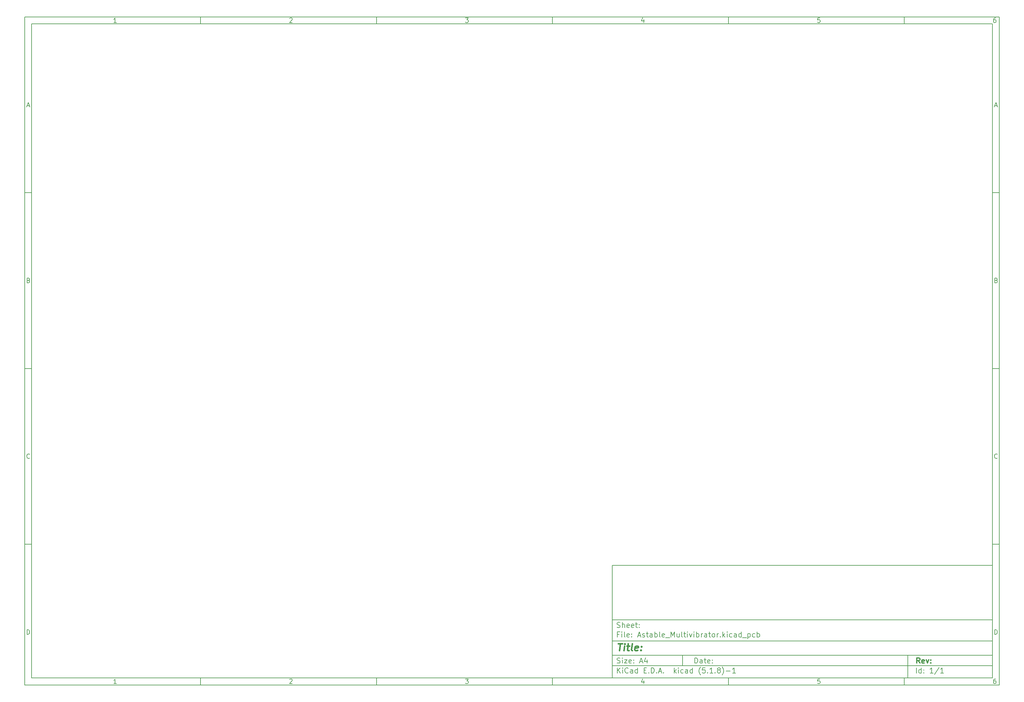
<source format=gtp>
%TF.GenerationSoftware,KiCad,Pcbnew,(5.1.8)-1*%
%TF.CreationDate,2021-07-18T16:23:34-07:00*%
%TF.ProjectId,Astable_Multivibrator,41737461-626c-4655-9f4d-756c74697669,rev?*%
%TF.SameCoordinates,Original*%
%TF.FileFunction,Paste,Top*%
%TF.FilePolarity,Positive*%
%FSLAX46Y46*%
G04 Gerber Fmt 4.6, Leading zero omitted, Abs format (unit mm)*
G04 Created by KiCad (PCBNEW (5.1.8)-1) date 2021-07-18 16:23:34*
%MOMM*%
%LPD*%
G01*
G04 APERTURE LIST*
%ADD10C,0.100000*%
%ADD11C,0.150000*%
%ADD12C,0.300000*%
%ADD13C,0.400000*%
G04 APERTURE END LIST*
D10*
D11*
X177002200Y-166007200D02*
X177002200Y-198007200D01*
X285002200Y-198007200D01*
X285002200Y-166007200D01*
X177002200Y-166007200D01*
D10*
D11*
X10000000Y-10000000D02*
X10000000Y-200007200D01*
X287002200Y-200007200D01*
X287002200Y-10000000D01*
X10000000Y-10000000D01*
D10*
D11*
X12000000Y-12000000D02*
X12000000Y-198007200D01*
X285002200Y-198007200D01*
X285002200Y-12000000D01*
X12000000Y-12000000D01*
D10*
D11*
X60000000Y-12000000D02*
X60000000Y-10000000D01*
D10*
D11*
X110000000Y-12000000D02*
X110000000Y-10000000D01*
D10*
D11*
X160000000Y-12000000D02*
X160000000Y-10000000D01*
D10*
D11*
X210000000Y-12000000D02*
X210000000Y-10000000D01*
D10*
D11*
X260000000Y-12000000D02*
X260000000Y-10000000D01*
D10*
D11*
X36065476Y-11588095D02*
X35322619Y-11588095D01*
X35694047Y-11588095D02*
X35694047Y-10288095D01*
X35570238Y-10473809D01*
X35446428Y-10597619D01*
X35322619Y-10659523D01*
D10*
D11*
X85322619Y-10411904D02*
X85384523Y-10350000D01*
X85508333Y-10288095D01*
X85817857Y-10288095D01*
X85941666Y-10350000D01*
X86003571Y-10411904D01*
X86065476Y-10535714D01*
X86065476Y-10659523D01*
X86003571Y-10845238D01*
X85260714Y-11588095D01*
X86065476Y-11588095D01*
D10*
D11*
X135260714Y-10288095D02*
X136065476Y-10288095D01*
X135632142Y-10783333D01*
X135817857Y-10783333D01*
X135941666Y-10845238D01*
X136003571Y-10907142D01*
X136065476Y-11030952D01*
X136065476Y-11340476D01*
X136003571Y-11464285D01*
X135941666Y-11526190D01*
X135817857Y-11588095D01*
X135446428Y-11588095D01*
X135322619Y-11526190D01*
X135260714Y-11464285D01*
D10*
D11*
X185941666Y-10721428D02*
X185941666Y-11588095D01*
X185632142Y-10226190D02*
X185322619Y-11154761D01*
X186127380Y-11154761D01*
D10*
D11*
X236003571Y-10288095D02*
X235384523Y-10288095D01*
X235322619Y-10907142D01*
X235384523Y-10845238D01*
X235508333Y-10783333D01*
X235817857Y-10783333D01*
X235941666Y-10845238D01*
X236003571Y-10907142D01*
X236065476Y-11030952D01*
X236065476Y-11340476D01*
X236003571Y-11464285D01*
X235941666Y-11526190D01*
X235817857Y-11588095D01*
X235508333Y-11588095D01*
X235384523Y-11526190D01*
X235322619Y-11464285D01*
D10*
D11*
X285941666Y-10288095D02*
X285694047Y-10288095D01*
X285570238Y-10350000D01*
X285508333Y-10411904D01*
X285384523Y-10597619D01*
X285322619Y-10845238D01*
X285322619Y-11340476D01*
X285384523Y-11464285D01*
X285446428Y-11526190D01*
X285570238Y-11588095D01*
X285817857Y-11588095D01*
X285941666Y-11526190D01*
X286003571Y-11464285D01*
X286065476Y-11340476D01*
X286065476Y-11030952D01*
X286003571Y-10907142D01*
X285941666Y-10845238D01*
X285817857Y-10783333D01*
X285570238Y-10783333D01*
X285446428Y-10845238D01*
X285384523Y-10907142D01*
X285322619Y-11030952D01*
D10*
D11*
X60000000Y-198007200D02*
X60000000Y-200007200D01*
D10*
D11*
X110000000Y-198007200D02*
X110000000Y-200007200D01*
D10*
D11*
X160000000Y-198007200D02*
X160000000Y-200007200D01*
D10*
D11*
X210000000Y-198007200D02*
X210000000Y-200007200D01*
D10*
D11*
X260000000Y-198007200D02*
X260000000Y-200007200D01*
D10*
D11*
X36065476Y-199595295D02*
X35322619Y-199595295D01*
X35694047Y-199595295D02*
X35694047Y-198295295D01*
X35570238Y-198481009D01*
X35446428Y-198604819D01*
X35322619Y-198666723D01*
D10*
D11*
X85322619Y-198419104D02*
X85384523Y-198357200D01*
X85508333Y-198295295D01*
X85817857Y-198295295D01*
X85941666Y-198357200D01*
X86003571Y-198419104D01*
X86065476Y-198542914D01*
X86065476Y-198666723D01*
X86003571Y-198852438D01*
X85260714Y-199595295D01*
X86065476Y-199595295D01*
D10*
D11*
X135260714Y-198295295D02*
X136065476Y-198295295D01*
X135632142Y-198790533D01*
X135817857Y-198790533D01*
X135941666Y-198852438D01*
X136003571Y-198914342D01*
X136065476Y-199038152D01*
X136065476Y-199347676D01*
X136003571Y-199471485D01*
X135941666Y-199533390D01*
X135817857Y-199595295D01*
X135446428Y-199595295D01*
X135322619Y-199533390D01*
X135260714Y-199471485D01*
D10*
D11*
X185941666Y-198728628D02*
X185941666Y-199595295D01*
X185632142Y-198233390D02*
X185322619Y-199161961D01*
X186127380Y-199161961D01*
D10*
D11*
X236003571Y-198295295D02*
X235384523Y-198295295D01*
X235322619Y-198914342D01*
X235384523Y-198852438D01*
X235508333Y-198790533D01*
X235817857Y-198790533D01*
X235941666Y-198852438D01*
X236003571Y-198914342D01*
X236065476Y-199038152D01*
X236065476Y-199347676D01*
X236003571Y-199471485D01*
X235941666Y-199533390D01*
X235817857Y-199595295D01*
X235508333Y-199595295D01*
X235384523Y-199533390D01*
X235322619Y-199471485D01*
D10*
D11*
X285941666Y-198295295D02*
X285694047Y-198295295D01*
X285570238Y-198357200D01*
X285508333Y-198419104D01*
X285384523Y-198604819D01*
X285322619Y-198852438D01*
X285322619Y-199347676D01*
X285384523Y-199471485D01*
X285446428Y-199533390D01*
X285570238Y-199595295D01*
X285817857Y-199595295D01*
X285941666Y-199533390D01*
X286003571Y-199471485D01*
X286065476Y-199347676D01*
X286065476Y-199038152D01*
X286003571Y-198914342D01*
X285941666Y-198852438D01*
X285817857Y-198790533D01*
X285570238Y-198790533D01*
X285446428Y-198852438D01*
X285384523Y-198914342D01*
X285322619Y-199038152D01*
D10*
D11*
X10000000Y-60000000D02*
X12000000Y-60000000D01*
D10*
D11*
X10000000Y-110000000D02*
X12000000Y-110000000D01*
D10*
D11*
X10000000Y-160000000D02*
X12000000Y-160000000D01*
D10*
D11*
X10690476Y-35216666D02*
X11309523Y-35216666D01*
X10566666Y-35588095D02*
X11000000Y-34288095D01*
X11433333Y-35588095D01*
D10*
D11*
X11092857Y-84907142D02*
X11278571Y-84969047D01*
X11340476Y-85030952D01*
X11402380Y-85154761D01*
X11402380Y-85340476D01*
X11340476Y-85464285D01*
X11278571Y-85526190D01*
X11154761Y-85588095D01*
X10659523Y-85588095D01*
X10659523Y-84288095D01*
X11092857Y-84288095D01*
X11216666Y-84350000D01*
X11278571Y-84411904D01*
X11340476Y-84535714D01*
X11340476Y-84659523D01*
X11278571Y-84783333D01*
X11216666Y-84845238D01*
X11092857Y-84907142D01*
X10659523Y-84907142D01*
D10*
D11*
X11402380Y-135464285D02*
X11340476Y-135526190D01*
X11154761Y-135588095D01*
X11030952Y-135588095D01*
X10845238Y-135526190D01*
X10721428Y-135402380D01*
X10659523Y-135278571D01*
X10597619Y-135030952D01*
X10597619Y-134845238D01*
X10659523Y-134597619D01*
X10721428Y-134473809D01*
X10845238Y-134350000D01*
X11030952Y-134288095D01*
X11154761Y-134288095D01*
X11340476Y-134350000D01*
X11402380Y-134411904D01*
D10*
D11*
X10659523Y-185588095D02*
X10659523Y-184288095D01*
X10969047Y-184288095D01*
X11154761Y-184350000D01*
X11278571Y-184473809D01*
X11340476Y-184597619D01*
X11402380Y-184845238D01*
X11402380Y-185030952D01*
X11340476Y-185278571D01*
X11278571Y-185402380D01*
X11154761Y-185526190D01*
X10969047Y-185588095D01*
X10659523Y-185588095D01*
D10*
D11*
X287002200Y-60000000D02*
X285002200Y-60000000D01*
D10*
D11*
X287002200Y-110000000D02*
X285002200Y-110000000D01*
D10*
D11*
X287002200Y-160000000D02*
X285002200Y-160000000D01*
D10*
D11*
X285692676Y-35216666D02*
X286311723Y-35216666D01*
X285568866Y-35588095D02*
X286002200Y-34288095D01*
X286435533Y-35588095D01*
D10*
D11*
X286095057Y-84907142D02*
X286280771Y-84969047D01*
X286342676Y-85030952D01*
X286404580Y-85154761D01*
X286404580Y-85340476D01*
X286342676Y-85464285D01*
X286280771Y-85526190D01*
X286156961Y-85588095D01*
X285661723Y-85588095D01*
X285661723Y-84288095D01*
X286095057Y-84288095D01*
X286218866Y-84350000D01*
X286280771Y-84411904D01*
X286342676Y-84535714D01*
X286342676Y-84659523D01*
X286280771Y-84783333D01*
X286218866Y-84845238D01*
X286095057Y-84907142D01*
X285661723Y-84907142D01*
D10*
D11*
X286404580Y-135464285D02*
X286342676Y-135526190D01*
X286156961Y-135588095D01*
X286033152Y-135588095D01*
X285847438Y-135526190D01*
X285723628Y-135402380D01*
X285661723Y-135278571D01*
X285599819Y-135030952D01*
X285599819Y-134845238D01*
X285661723Y-134597619D01*
X285723628Y-134473809D01*
X285847438Y-134350000D01*
X286033152Y-134288095D01*
X286156961Y-134288095D01*
X286342676Y-134350000D01*
X286404580Y-134411904D01*
D10*
D11*
X285661723Y-185588095D02*
X285661723Y-184288095D01*
X285971247Y-184288095D01*
X286156961Y-184350000D01*
X286280771Y-184473809D01*
X286342676Y-184597619D01*
X286404580Y-184845238D01*
X286404580Y-185030952D01*
X286342676Y-185278571D01*
X286280771Y-185402380D01*
X286156961Y-185526190D01*
X285971247Y-185588095D01*
X285661723Y-185588095D01*
D10*
D11*
X200434342Y-193785771D02*
X200434342Y-192285771D01*
X200791485Y-192285771D01*
X201005771Y-192357200D01*
X201148628Y-192500057D01*
X201220057Y-192642914D01*
X201291485Y-192928628D01*
X201291485Y-193142914D01*
X201220057Y-193428628D01*
X201148628Y-193571485D01*
X201005771Y-193714342D01*
X200791485Y-193785771D01*
X200434342Y-193785771D01*
X202577200Y-193785771D02*
X202577200Y-193000057D01*
X202505771Y-192857200D01*
X202362914Y-192785771D01*
X202077200Y-192785771D01*
X201934342Y-192857200D01*
X202577200Y-193714342D02*
X202434342Y-193785771D01*
X202077200Y-193785771D01*
X201934342Y-193714342D01*
X201862914Y-193571485D01*
X201862914Y-193428628D01*
X201934342Y-193285771D01*
X202077200Y-193214342D01*
X202434342Y-193214342D01*
X202577200Y-193142914D01*
X203077200Y-192785771D02*
X203648628Y-192785771D01*
X203291485Y-192285771D02*
X203291485Y-193571485D01*
X203362914Y-193714342D01*
X203505771Y-193785771D01*
X203648628Y-193785771D01*
X204720057Y-193714342D02*
X204577200Y-193785771D01*
X204291485Y-193785771D01*
X204148628Y-193714342D01*
X204077200Y-193571485D01*
X204077200Y-193000057D01*
X204148628Y-192857200D01*
X204291485Y-192785771D01*
X204577200Y-192785771D01*
X204720057Y-192857200D01*
X204791485Y-193000057D01*
X204791485Y-193142914D01*
X204077200Y-193285771D01*
X205434342Y-193642914D02*
X205505771Y-193714342D01*
X205434342Y-193785771D01*
X205362914Y-193714342D01*
X205434342Y-193642914D01*
X205434342Y-193785771D01*
X205434342Y-192857200D02*
X205505771Y-192928628D01*
X205434342Y-193000057D01*
X205362914Y-192928628D01*
X205434342Y-192857200D01*
X205434342Y-193000057D01*
D10*
D11*
X177002200Y-194507200D02*
X285002200Y-194507200D01*
D10*
D11*
X178434342Y-196585771D02*
X178434342Y-195085771D01*
X179291485Y-196585771D02*
X178648628Y-195728628D01*
X179291485Y-195085771D02*
X178434342Y-195942914D01*
X179934342Y-196585771D02*
X179934342Y-195585771D01*
X179934342Y-195085771D02*
X179862914Y-195157200D01*
X179934342Y-195228628D01*
X180005771Y-195157200D01*
X179934342Y-195085771D01*
X179934342Y-195228628D01*
X181505771Y-196442914D02*
X181434342Y-196514342D01*
X181220057Y-196585771D01*
X181077200Y-196585771D01*
X180862914Y-196514342D01*
X180720057Y-196371485D01*
X180648628Y-196228628D01*
X180577200Y-195942914D01*
X180577200Y-195728628D01*
X180648628Y-195442914D01*
X180720057Y-195300057D01*
X180862914Y-195157200D01*
X181077200Y-195085771D01*
X181220057Y-195085771D01*
X181434342Y-195157200D01*
X181505771Y-195228628D01*
X182791485Y-196585771D02*
X182791485Y-195800057D01*
X182720057Y-195657200D01*
X182577200Y-195585771D01*
X182291485Y-195585771D01*
X182148628Y-195657200D01*
X182791485Y-196514342D02*
X182648628Y-196585771D01*
X182291485Y-196585771D01*
X182148628Y-196514342D01*
X182077200Y-196371485D01*
X182077200Y-196228628D01*
X182148628Y-196085771D01*
X182291485Y-196014342D01*
X182648628Y-196014342D01*
X182791485Y-195942914D01*
X184148628Y-196585771D02*
X184148628Y-195085771D01*
X184148628Y-196514342D02*
X184005771Y-196585771D01*
X183720057Y-196585771D01*
X183577200Y-196514342D01*
X183505771Y-196442914D01*
X183434342Y-196300057D01*
X183434342Y-195871485D01*
X183505771Y-195728628D01*
X183577200Y-195657200D01*
X183720057Y-195585771D01*
X184005771Y-195585771D01*
X184148628Y-195657200D01*
X186005771Y-195800057D02*
X186505771Y-195800057D01*
X186720057Y-196585771D02*
X186005771Y-196585771D01*
X186005771Y-195085771D01*
X186720057Y-195085771D01*
X187362914Y-196442914D02*
X187434342Y-196514342D01*
X187362914Y-196585771D01*
X187291485Y-196514342D01*
X187362914Y-196442914D01*
X187362914Y-196585771D01*
X188077200Y-196585771D02*
X188077200Y-195085771D01*
X188434342Y-195085771D01*
X188648628Y-195157200D01*
X188791485Y-195300057D01*
X188862914Y-195442914D01*
X188934342Y-195728628D01*
X188934342Y-195942914D01*
X188862914Y-196228628D01*
X188791485Y-196371485D01*
X188648628Y-196514342D01*
X188434342Y-196585771D01*
X188077200Y-196585771D01*
X189577200Y-196442914D02*
X189648628Y-196514342D01*
X189577200Y-196585771D01*
X189505771Y-196514342D01*
X189577200Y-196442914D01*
X189577200Y-196585771D01*
X190220057Y-196157200D02*
X190934342Y-196157200D01*
X190077200Y-196585771D02*
X190577200Y-195085771D01*
X191077200Y-196585771D01*
X191577200Y-196442914D02*
X191648628Y-196514342D01*
X191577200Y-196585771D01*
X191505771Y-196514342D01*
X191577200Y-196442914D01*
X191577200Y-196585771D01*
X194577200Y-196585771D02*
X194577200Y-195085771D01*
X194720057Y-196014342D02*
X195148628Y-196585771D01*
X195148628Y-195585771D02*
X194577200Y-196157200D01*
X195791485Y-196585771D02*
X195791485Y-195585771D01*
X195791485Y-195085771D02*
X195720057Y-195157200D01*
X195791485Y-195228628D01*
X195862914Y-195157200D01*
X195791485Y-195085771D01*
X195791485Y-195228628D01*
X197148628Y-196514342D02*
X197005771Y-196585771D01*
X196720057Y-196585771D01*
X196577200Y-196514342D01*
X196505771Y-196442914D01*
X196434342Y-196300057D01*
X196434342Y-195871485D01*
X196505771Y-195728628D01*
X196577200Y-195657200D01*
X196720057Y-195585771D01*
X197005771Y-195585771D01*
X197148628Y-195657200D01*
X198434342Y-196585771D02*
X198434342Y-195800057D01*
X198362914Y-195657200D01*
X198220057Y-195585771D01*
X197934342Y-195585771D01*
X197791485Y-195657200D01*
X198434342Y-196514342D02*
X198291485Y-196585771D01*
X197934342Y-196585771D01*
X197791485Y-196514342D01*
X197720057Y-196371485D01*
X197720057Y-196228628D01*
X197791485Y-196085771D01*
X197934342Y-196014342D01*
X198291485Y-196014342D01*
X198434342Y-195942914D01*
X199791485Y-196585771D02*
X199791485Y-195085771D01*
X199791485Y-196514342D02*
X199648628Y-196585771D01*
X199362914Y-196585771D01*
X199220057Y-196514342D01*
X199148628Y-196442914D01*
X199077200Y-196300057D01*
X199077200Y-195871485D01*
X199148628Y-195728628D01*
X199220057Y-195657200D01*
X199362914Y-195585771D01*
X199648628Y-195585771D01*
X199791485Y-195657200D01*
X202077200Y-197157200D02*
X202005771Y-197085771D01*
X201862914Y-196871485D01*
X201791485Y-196728628D01*
X201720057Y-196514342D01*
X201648628Y-196157200D01*
X201648628Y-195871485D01*
X201720057Y-195514342D01*
X201791485Y-195300057D01*
X201862914Y-195157200D01*
X202005771Y-194942914D01*
X202077200Y-194871485D01*
X203362914Y-195085771D02*
X202648628Y-195085771D01*
X202577200Y-195800057D01*
X202648628Y-195728628D01*
X202791485Y-195657200D01*
X203148628Y-195657200D01*
X203291485Y-195728628D01*
X203362914Y-195800057D01*
X203434342Y-195942914D01*
X203434342Y-196300057D01*
X203362914Y-196442914D01*
X203291485Y-196514342D01*
X203148628Y-196585771D01*
X202791485Y-196585771D01*
X202648628Y-196514342D01*
X202577200Y-196442914D01*
X204077200Y-196442914D02*
X204148628Y-196514342D01*
X204077200Y-196585771D01*
X204005771Y-196514342D01*
X204077200Y-196442914D01*
X204077200Y-196585771D01*
X205577200Y-196585771D02*
X204720057Y-196585771D01*
X205148628Y-196585771D02*
X205148628Y-195085771D01*
X205005771Y-195300057D01*
X204862914Y-195442914D01*
X204720057Y-195514342D01*
X206220057Y-196442914D02*
X206291485Y-196514342D01*
X206220057Y-196585771D01*
X206148628Y-196514342D01*
X206220057Y-196442914D01*
X206220057Y-196585771D01*
X207148628Y-195728628D02*
X207005771Y-195657200D01*
X206934342Y-195585771D01*
X206862914Y-195442914D01*
X206862914Y-195371485D01*
X206934342Y-195228628D01*
X207005771Y-195157200D01*
X207148628Y-195085771D01*
X207434342Y-195085771D01*
X207577200Y-195157200D01*
X207648628Y-195228628D01*
X207720057Y-195371485D01*
X207720057Y-195442914D01*
X207648628Y-195585771D01*
X207577200Y-195657200D01*
X207434342Y-195728628D01*
X207148628Y-195728628D01*
X207005771Y-195800057D01*
X206934342Y-195871485D01*
X206862914Y-196014342D01*
X206862914Y-196300057D01*
X206934342Y-196442914D01*
X207005771Y-196514342D01*
X207148628Y-196585771D01*
X207434342Y-196585771D01*
X207577200Y-196514342D01*
X207648628Y-196442914D01*
X207720057Y-196300057D01*
X207720057Y-196014342D01*
X207648628Y-195871485D01*
X207577200Y-195800057D01*
X207434342Y-195728628D01*
X208220057Y-197157200D02*
X208291485Y-197085771D01*
X208434342Y-196871485D01*
X208505771Y-196728628D01*
X208577200Y-196514342D01*
X208648628Y-196157200D01*
X208648628Y-195871485D01*
X208577200Y-195514342D01*
X208505771Y-195300057D01*
X208434342Y-195157200D01*
X208291485Y-194942914D01*
X208220057Y-194871485D01*
X209362914Y-196014342D02*
X210505771Y-196014342D01*
X212005771Y-196585771D02*
X211148628Y-196585771D01*
X211577200Y-196585771D02*
X211577200Y-195085771D01*
X211434342Y-195300057D01*
X211291485Y-195442914D01*
X211148628Y-195514342D01*
D10*
D11*
X177002200Y-191507200D02*
X285002200Y-191507200D01*
D10*
D12*
X264411485Y-193785771D02*
X263911485Y-193071485D01*
X263554342Y-193785771D02*
X263554342Y-192285771D01*
X264125771Y-192285771D01*
X264268628Y-192357200D01*
X264340057Y-192428628D01*
X264411485Y-192571485D01*
X264411485Y-192785771D01*
X264340057Y-192928628D01*
X264268628Y-193000057D01*
X264125771Y-193071485D01*
X263554342Y-193071485D01*
X265625771Y-193714342D02*
X265482914Y-193785771D01*
X265197200Y-193785771D01*
X265054342Y-193714342D01*
X264982914Y-193571485D01*
X264982914Y-193000057D01*
X265054342Y-192857200D01*
X265197200Y-192785771D01*
X265482914Y-192785771D01*
X265625771Y-192857200D01*
X265697200Y-193000057D01*
X265697200Y-193142914D01*
X264982914Y-193285771D01*
X266197200Y-192785771D02*
X266554342Y-193785771D01*
X266911485Y-192785771D01*
X267482914Y-193642914D02*
X267554342Y-193714342D01*
X267482914Y-193785771D01*
X267411485Y-193714342D01*
X267482914Y-193642914D01*
X267482914Y-193785771D01*
X267482914Y-192857200D02*
X267554342Y-192928628D01*
X267482914Y-193000057D01*
X267411485Y-192928628D01*
X267482914Y-192857200D01*
X267482914Y-193000057D01*
D10*
D11*
X178362914Y-193714342D02*
X178577200Y-193785771D01*
X178934342Y-193785771D01*
X179077200Y-193714342D01*
X179148628Y-193642914D01*
X179220057Y-193500057D01*
X179220057Y-193357200D01*
X179148628Y-193214342D01*
X179077200Y-193142914D01*
X178934342Y-193071485D01*
X178648628Y-193000057D01*
X178505771Y-192928628D01*
X178434342Y-192857200D01*
X178362914Y-192714342D01*
X178362914Y-192571485D01*
X178434342Y-192428628D01*
X178505771Y-192357200D01*
X178648628Y-192285771D01*
X179005771Y-192285771D01*
X179220057Y-192357200D01*
X179862914Y-193785771D02*
X179862914Y-192785771D01*
X179862914Y-192285771D02*
X179791485Y-192357200D01*
X179862914Y-192428628D01*
X179934342Y-192357200D01*
X179862914Y-192285771D01*
X179862914Y-192428628D01*
X180434342Y-192785771D02*
X181220057Y-192785771D01*
X180434342Y-193785771D01*
X181220057Y-193785771D01*
X182362914Y-193714342D02*
X182220057Y-193785771D01*
X181934342Y-193785771D01*
X181791485Y-193714342D01*
X181720057Y-193571485D01*
X181720057Y-193000057D01*
X181791485Y-192857200D01*
X181934342Y-192785771D01*
X182220057Y-192785771D01*
X182362914Y-192857200D01*
X182434342Y-193000057D01*
X182434342Y-193142914D01*
X181720057Y-193285771D01*
X183077200Y-193642914D02*
X183148628Y-193714342D01*
X183077200Y-193785771D01*
X183005771Y-193714342D01*
X183077200Y-193642914D01*
X183077200Y-193785771D01*
X183077200Y-192857200D02*
X183148628Y-192928628D01*
X183077200Y-193000057D01*
X183005771Y-192928628D01*
X183077200Y-192857200D01*
X183077200Y-193000057D01*
X184862914Y-193357200D02*
X185577200Y-193357200D01*
X184720057Y-193785771D02*
X185220057Y-192285771D01*
X185720057Y-193785771D01*
X186862914Y-192785771D02*
X186862914Y-193785771D01*
X186505771Y-192214342D02*
X186148628Y-193285771D01*
X187077200Y-193285771D01*
D10*
D11*
X263434342Y-196585771D02*
X263434342Y-195085771D01*
X264791485Y-196585771D02*
X264791485Y-195085771D01*
X264791485Y-196514342D02*
X264648628Y-196585771D01*
X264362914Y-196585771D01*
X264220057Y-196514342D01*
X264148628Y-196442914D01*
X264077200Y-196300057D01*
X264077200Y-195871485D01*
X264148628Y-195728628D01*
X264220057Y-195657200D01*
X264362914Y-195585771D01*
X264648628Y-195585771D01*
X264791485Y-195657200D01*
X265505771Y-196442914D02*
X265577200Y-196514342D01*
X265505771Y-196585771D01*
X265434342Y-196514342D01*
X265505771Y-196442914D01*
X265505771Y-196585771D01*
X265505771Y-195657200D02*
X265577200Y-195728628D01*
X265505771Y-195800057D01*
X265434342Y-195728628D01*
X265505771Y-195657200D01*
X265505771Y-195800057D01*
X268148628Y-196585771D02*
X267291485Y-196585771D01*
X267720057Y-196585771D02*
X267720057Y-195085771D01*
X267577200Y-195300057D01*
X267434342Y-195442914D01*
X267291485Y-195514342D01*
X269862914Y-195014342D02*
X268577200Y-196942914D01*
X271148628Y-196585771D02*
X270291485Y-196585771D01*
X270720057Y-196585771D02*
X270720057Y-195085771D01*
X270577200Y-195300057D01*
X270434342Y-195442914D01*
X270291485Y-195514342D01*
D10*
D11*
X177002200Y-187507200D02*
X285002200Y-187507200D01*
D10*
D13*
X178714580Y-188211961D02*
X179857438Y-188211961D01*
X179036009Y-190211961D02*
X179286009Y-188211961D01*
X180274104Y-190211961D02*
X180440771Y-188878628D01*
X180524104Y-188211961D02*
X180416961Y-188307200D01*
X180500295Y-188402438D01*
X180607438Y-188307200D01*
X180524104Y-188211961D01*
X180500295Y-188402438D01*
X181107438Y-188878628D02*
X181869342Y-188878628D01*
X181476485Y-188211961D02*
X181262200Y-189926247D01*
X181333628Y-190116723D01*
X181512200Y-190211961D01*
X181702676Y-190211961D01*
X182655057Y-190211961D02*
X182476485Y-190116723D01*
X182405057Y-189926247D01*
X182619342Y-188211961D01*
X184190771Y-190116723D02*
X183988390Y-190211961D01*
X183607438Y-190211961D01*
X183428866Y-190116723D01*
X183357438Y-189926247D01*
X183452676Y-189164342D01*
X183571723Y-188973866D01*
X183774104Y-188878628D01*
X184155057Y-188878628D01*
X184333628Y-188973866D01*
X184405057Y-189164342D01*
X184381247Y-189354819D01*
X183405057Y-189545295D01*
X185155057Y-190021485D02*
X185238390Y-190116723D01*
X185131247Y-190211961D01*
X185047914Y-190116723D01*
X185155057Y-190021485D01*
X185131247Y-190211961D01*
X185286009Y-188973866D02*
X185369342Y-189069104D01*
X185262200Y-189164342D01*
X185178866Y-189069104D01*
X185286009Y-188973866D01*
X185262200Y-189164342D01*
D10*
D11*
X178934342Y-185600057D02*
X178434342Y-185600057D01*
X178434342Y-186385771D02*
X178434342Y-184885771D01*
X179148628Y-184885771D01*
X179720057Y-186385771D02*
X179720057Y-185385771D01*
X179720057Y-184885771D02*
X179648628Y-184957200D01*
X179720057Y-185028628D01*
X179791485Y-184957200D01*
X179720057Y-184885771D01*
X179720057Y-185028628D01*
X180648628Y-186385771D02*
X180505771Y-186314342D01*
X180434342Y-186171485D01*
X180434342Y-184885771D01*
X181791485Y-186314342D02*
X181648628Y-186385771D01*
X181362914Y-186385771D01*
X181220057Y-186314342D01*
X181148628Y-186171485D01*
X181148628Y-185600057D01*
X181220057Y-185457200D01*
X181362914Y-185385771D01*
X181648628Y-185385771D01*
X181791485Y-185457200D01*
X181862914Y-185600057D01*
X181862914Y-185742914D01*
X181148628Y-185885771D01*
X182505771Y-186242914D02*
X182577200Y-186314342D01*
X182505771Y-186385771D01*
X182434342Y-186314342D01*
X182505771Y-186242914D01*
X182505771Y-186385771D01*
X182505771Y-185457200D02*
X182577200Y-185528628D01*
X182505771Y-185600057D01*
X182434342Y-185528628D01*
X182505771Y-185457200D01*
X182505771Y-185600057D01*
X184291485Y-185957200D02*
X185005771Y-185957200D01*
X184148628Y-186385771D02*
X184648628Y-184885771D01*
X185148628Y-186385771D01*
X185577200Y-186314342D02*
X185720057Y-186385771D01*
X186005771Y-186385771D01*
X186148628Y-186314342D01*
X186220057Y-186171485D01*
X186220057Y-186100057D01*
X186148628Y-185957200D01*
X186005771Y-185885771D01*
X185791485Y-185885771D01*
X185648628Y-185814342D01*
X185577200Y-185671485D01*
X185577200Y-185600057D01*
X185648628Y-185457200D01*
X185791485Y-185385771D01*
X186005771Y-185385771D01*
X186148628Y-185457200D01*
X186648628Y-185385771D02*
X187220057Y-185385771D01*
X186862914Y-184885771D02*
X186862914Y-186171485D01*
X186934342Y-186314342D01*
X187077200Y-186385771D01*
X187220057Y-186385771D01*
X188362914Y-186385771D02*
X188362914Y-185600057D01*
X188291485Y-185457200D01*
X188148628Y-185385771D01*
X187862914Y-185385771D01*
X187720057Y-185457200D01*
X188362914Y-186314342D02*
X188220057Y-186385771D01*
X187862914Y-186385771D01*
X187720057Y-186314342D01*
X187648628Y-186171485D01*
X187648628Y-186028628D01*
X187720057Y-185885771D01*
X187862914Y-185814342D01*
X188220057Y-185814342D01*
X188362914Y-185742914D01*
X189077200Y-186385771D02*
X189077200Y-184885771D01*
X189077200Y-185457200D02*
X189220057Y-185385771D01*
X189505771Y-185385771D01*
X189648628Y-185457200D01*
X189720057Y-185528628D01*
X189791485Y-185671485D01*
X189791485Y-186100057D01*
X189720057Y-186242914D01*
X189648628Y-186314342D01*
X189505771Y-186385771D01*
X189220057Y-186385771D01*
X189077200Y-186314342D01*
X190648628Y-186385771D02*
X190505771Y-186314342D01*
X190434342Y-186171485D01*
X190434342Y-184885771D01*
X191791485Y-186314342D02*
X191648628Y-186385771D01*
X191362914Y-186385771D01*
X191220057Y-186314342D01*
X191148628Y-186171485D01*
X191148628Y-185600057D01*
X191220057Y-185457200D01*
X191362914Y-185385771D01*
X191648628Y-185385771D01*
X191791485Y-185457200D01*
X191862914Y-185600057D01*
X191862914Y-185742914D01*
X191148628Y-185885771D01*
X192148628Y-186528628D02*
X193291485Y-186528628D01*
X193648628Y-186385771D02*
X193648628Y-184885771D01*
X194148628Y-185957200D01*
X194648628Y-184885771D01*
X194648628Y-186385771D01*
X196005771Y-185385771D02*
X196005771Y-186385771D01*
X195362914Y-185385771D02*
X195362914Y-186171485D01*
X195434342Y-186314342D01*
X195577200Y-186385771D01*
X195791485Y-186385771D01*
X195934342Y-186314342D01*
X196005771Y-186242914D01*
X196934342Y-186385771D02*
X196791485Y-186314342D01*
X196720057Y-186171485D01*
X196720057Y-184885771D01*
X197291485Y-185385771D02*
X197862914Y-185385771D01*
X197505771Y-184885771D02*
X197505771Y-186171485D01*
X197577200Y-186314342D01*
X197720057Y-186385771D01*
X197862914Y-186385771D01*
X198362914Y-186385771D02*
X198362914Y-185385771D01*
X198362914Y-184885771D02*
X198291485Y-184957200D01*
X198362914Y-185028628D01*
X198434342Y-184957200D01*
X198362914Y-184885771D01*
X198362914Y-185028628D01*
X198934342Y-185385771D02*
X199291485Y-186385771D01*
X199648628Y-185385771D01*
X200220057Y-186385771D02*
X200220057Y-185385771D01*
X200220057Y-184885771D02*
X200148628Y-184957200D01*
X200220057Y-185028628D01*
X200291485Y-184957200D01*
X200220057Y-184885771D01*
X200220057Y-185028628D01*
X200934342Y-186385771D02*
X200934342Y-184885771D01*
X200934342Y-185457200D02*
X201077200Y-185385771D01*
X201362914Y-185385771D01*
X201505771Y-185457200D01*
X201577200Y-185528628D01*
X201648628Y-185671485D01*
X201648628Y-186100057D01*
X201577200Y-186242914D01*
X201505771Y-186314342D01*
X201362914Y-186385771D01*
X201077200Y-186385771D01*
X200934342Y-186314342D01*
X202291485Y-186385771D02*
X202291485Y-185385771D01*
X202291485Y-185671485D02*
X202362914Y-185528628D01*
X202434342Y-185457200D01*
X202577200Y-185385771D01*
X202720057Y-185385771D01*
X203862914Y-186385771D02*
X203862914Y-185600057D01*
X203791485Y-185457200D01*
X203648628Y-185385771D01*
X203362914Y-185385771D01*
X203220057Y-185457200D01*
X203862914Y-186314342D02*
X203720057Y-186385771D01*
X203362914Y-186385771D01*
X203220057Y-186314342D01*
X203148628Y-186171485D01*
X203148628Y-186028628D01*
X203220057Y-185885771D01*
X203362914Y-185814342D01*
X203720057Y-185814342D01*
X203862914Y-185742914D01*
X204362914Y-185385771D02*
X204934342Y-185385771D01*
X204577200Y-184885771D02*
X204577200Y-186171485D01*
X204648628Y-186314342D01*
X204791485Y-186385771D01*
X204934342Y-186385771D01*
X205648628Y-186385771D02*
X205505771Y-186314342D01*
X205434342Y-186242914D01*
X205362914Y-186100057D01*
X205362914Y-185671485D01*
X205434342Y-185528628D01*
X205505771Y-185457200D01*
X205648628Y-185385771D01*
X205862914Y-185385771D01*
X206005771Y-185457200D01*
X206077200Y-185528628D01*
X206148628Y-185671485D01*
X206148628Y-186100057D01*
X206077200Y-186242914D01*
X206005771Y-186314342D01*
X205862914Y-186385771D01*
X205648628Y-186385771D01*
X206791485Y-186385771D02*
X206791485Y-185385771D01*
X206791485Y-185671485D02*
X206862914Y-185528628D01*
X206934342Y-185457200D01*
X207077200Y-185385771D01*
X207220057Y-185385771D01*
X207720057Y-186242914D02*
X207791485Y-186314342D01*
X207720057Y-186385771D01*
X207648628Y-186314342D01*
X207720057Y-186242914D01*
X207720057Y-186385771D01*
X208434342Y-186385771D02*
X208434342Y-184885771D01*
X208577200Y-185814342D02*
X209005771Y-186385771D01*
X209005771Y-185385771D02*
X208434342Y-185957200D01*
X209648628Y-186385771D02*
X209648628Y-185385771D01*
X209648628Y-184885771D02*
X209577200Y-184957200D01*
X209648628Y-185028628D01*
X209720057Y-184957200D01*
X209648628Y-184885771D01*
X209648628Y-185028628D01*
X211005771Y-186314342D02*
X210862914Y-186385771D01*
X210577200Y-186385771D01*
X210434342Y-186314342D01*
X210362914Y-186242914D01*
X210291485Y-186100057D01*
X210291485Y-185671485D01*
X210362914Y-185528628D01*
X210434342Y-185457200D01*
X210577200Y-185385771D01*
X210862914Y-185385771D01*
X211005771Y-185457200D01*
X212291485Y-186385771D02*
X212291485Y-185600057D01*
X212220057Y-185457200D01*
X212077200Y-185385771D01*
X211791485Y-185385771D01*
X211648628Y-185457200D01*
X212291485Y-186314342D02*
X212148628Y-186385771D01*
X211791485Y-186385771D01*
X211648628Y-186314342D01*
X211577200Y-186171485D01*
X211577200Y-186028628D01*
X211648628Y-185885771D01*
X211791485Y-185814342D01*
X212148628Y-185814342D01*
X212291485Y-185742914D01*
X213648628Y-186385771D02*
X213648628Y-184885771D01*
X213648628Y-186314342D02*
X213505771Y-186385771D01*
X213220057Y-186385771D01*
X213077200Y-186314342D01*
X213005771Y-186242914D01*
X212934342Y-186100057D01*
X212934342Y-185671485D01*
X213005771Y-185528628D01*
X213077200Y-185457200D01*
X213220057Y-185385771D01*
X213505771Y-185385771D01*
X213648628Y-185457200D01*
X214005771Y-186528628D02*
X215148628Y-186528628D01*
X215505771Y-185385771D02*
X215505771Y-186885771D01*
X215505771Y-185457200D02*
X215648628Y-185385771D01*
X215934342Y-185385771D01*
X216077200Y-185457200D01*
X216148628Y-185528628D01*
X216220057Y-185671485D01*
X216220057Y-186100057D01*
X216148628Y-186242914D01*
X216077200Y-186314342D01*
X215934342Y-186385771D01*
X215648628Y-186385771D01*
X215505771Y-186314342D01*
X217505771Y-186314342D02*
X217362914Y-186385771D01*
X217077200Y-186385771D01*
X216934342Y-186314342D01*
X216862914Y-186242914D01*
X216791485Y-186100057D01*
X216791485Y-185671485D01*
X216862914Y-185528628D01*
X216934342Y-185457200D01*
X217077200Y-185385771D01*
X217362914Y-185385771D01*
X217505771Y-185457200D01*
X218148628Y-186385771D02*
X218148628Y-184885771D01*
X218148628Y-185457200D02*
X218291485Y-185385771D01*
X218577200Y-185385771D01*
X218720057Y-185457200D01*
X218791485Y-185528628D01*
X218862914Y-185671485D01*
X218862914Y-186100057D01*
X218791485Y-186242914D01*
X218720057Y-186314342D01*
X218577200Y-186385771D01*
X218291485Y-186385771D01*
X218148628Y-186314342D01*
D10*
D11*
X177002200Y-181507200D02*
X285002200Y-181507200D01*
D10*
D11*
X178362914Y-183614342D02*
X178577200Y-183685771D01*
X178934342Y-183685771D01*
X179077200Y-183614342D01*
X179148628Y-183542914D01*
X179220057Y-183400057D01*
X179220057Y-183257200D01*
X179148628Y-183114342D01*
X179077200Y-183042914D01*
X178934342Y-182971485D01*
X178648628Y-182900057D01*
X178505771Y-182828628D01*
X178434342Y-182757200D01*
X178362914Y-182614342D01*
X178362914Y-182471485D01*
X178434342Y-182328628D01*
X178505771Y-182257200D01*
X178648628Y-182185771D01*
X179005771Y-182185771D01*
X179220057Y-182257200D01*
X179862914Y-183685771D02*
X179862914Y-182185771D01*
X180505771Y-183685771D02*
X180505771Y-182900057D01*
X180434342Y-182757200D01*
X180291485Y-182685771D01*
X180077200Y-182685771D01*
X179934342Y-182757200D01*
X179862914Y-182828628D01*
X181791485Y-183614342D02*
X181648628Y-183685771D01*
X181362914Y-183685771D01*
X181220057Y-183614342D01*
X181148628Y-183471485D01*
X181148628Y-182900057D01*
X181220057Y-182757200D01*
X181362914Y-182685771D01*
X181648628Y-182685771D01*
X181791485Y-182757200D01*
X181862914Y-182900057D01*
X181862914Y-183042914D01*
X181148628Y-183185771D01*
X183077200Y-183614342D02*
X182934342Y-183685771D01*
X182648628Y-183685771D01*
X182505771Y-183614342D01*
X182434342Y-183471485D01*
X182434342Y-182900057D01*
X182505771Y-182757200D01*
X182648628Y-182685771D01*
X182934342Y-182685771D01*
X183077200Y-182757200D01*
X183148628Y-182900057D01*
X183148628Y-183042914D01*
X182434342Y-183185771D01*
X183577200Y-182685771D02*
X184148628Y-182685771D01*
X183791485Y-182185771D02*
X183791485Y-183471485D01*
X183862914Y-183614342D01*
X184005771Y-183685771D01*
X184148628Y-183685771D01*
X184648628Y-183542914D02*
X184720057Y-183614342D01*
X184648628Y-183685771D01*
X184577200Y-183614342D01*
X184648628Y-183542914D01*
X184648628Y-183685771D01*
X184648628Y-182757200D02*
X184720057Y-182828628D01*
X184648628Y-182900057D01*
X184577200Y-182828628D01*
X184648628Y-182757200D01*
X184648628Y-182900057D01*
D10*
D11*
X197002200Y-191507200D02*
X197002200Y-194507200D01*
D10*
D11*
X261002200Y-191507200D02*
X261002200Y-198007200D01*
M02*

</source>
